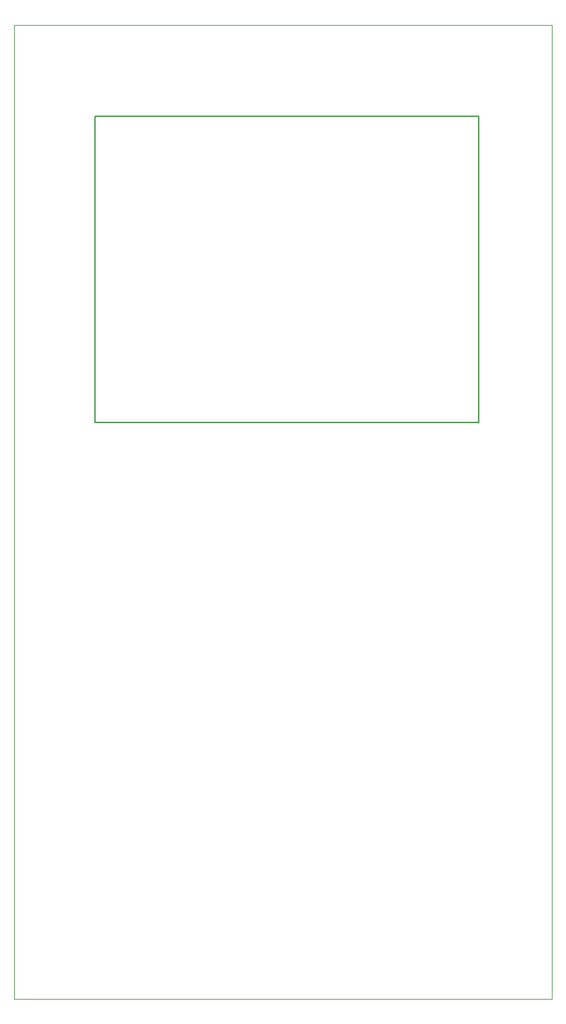
<source format=gbr>
G04 #@! TF.GenerationSoftware,KiCad,Pcbnew,(5.1.4)-1*
G04 #@! TF.CreationDate,2019-09-13T09:02:02+01:00*
G04 #@! TF.ProjectId,oscar_panel,6f736361-725f-4706-916e-656c2e6b6963,rev?*
G04 #@! TF.SameCoordinates,Original*
G04 #@! TF.FileFunction,Profile,NP*
%FSLAX46Y46*%
G04 Gerber Fmt 4.6, Leading zero omitted, Abs format (unit mm)*
G04 Created by KiCad (PCBNEW (5.1.4)-1) date 2019-09-13 09:02:02*
%MOMM*%
%LPD*%
G04 APERTURE LIST*
%ADD10C,0.150000*%
%ADD11C,0.120000*%
G04 APERTURE END LIST*
D10*
X186300000Y-93200000D02*
X135700000Y-93200000D01*
X186300000Y-52800000D02*
X186300000Y-93200000D01*
X135700000Y-93200000D02*
X135700000Y-52800000D01*
X135700000Y-52800000D02*
X186300000Y-52800000D01*
D11*
X196000000Y-40750000D02*
X196000000Y-169250000D01*
X125000000Y-169250000D02*
X196000000Y-169250000D01*
X125000000Y-40750000D02*
X196000000Y-40750000D01*
X125000000Y-40750000D02*
X125000000Y-169250000D01*
M02*

</source>
